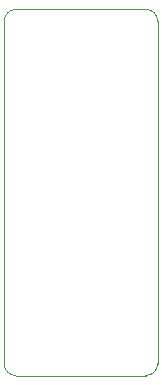
<source format=gm1>
G04 #@! TF.GenerationSoftware,KiCad,Pcbnew,(5.1.2)-1*
G04 #@! TF.CreationDate,2024-07-07T09:58:16+09:00*
G04 #@! TF.ProjectId,slg,736c672e-6b69-4636-9164-5f7063625858,v1.0*
G04 #@! TF.SameCoordinates,Original*
G04 #@! TF.FileFunction,Profile,NP*
%FSLAX46Y46*%
G04 Gerber Fmt 4.6, Leading zero omitted, Abs format (unit mm)*
G04 Created by KiCad (PCBNEW (5.1.2)-1) date 2024-07-07 09:58:16*
%MOMM*%
%LPD*%
G04 APERTURE LIST*
%ADD10C,0.050000*%
G04 APERTURE END LIST*
D10*
X154000000Y-103000000D02*
G75*
G02X153000000Y-104000000I-1000000J0D01*
G01*
X142000000Y-104000000D02*
G75*
G02X141000000Y-103000000I0J1000000D01*
G01*
X153000000Y-73000000D02*
G75*
G02X154000000Y-74000000I0J-1000000D01*
G01*
X141000000Y-74000000D02*
G75*
G02X142000000Y-73000000I1000000J0D01*
G01*
X141000000Y-103000000D02*
X141000000Y-74000000D01*
X153000000Y-104000000D02*
X142000000Y-104000000D01*
X154000000Y-74000000D02*
X154000000Y-103000000D01*
X142000000Y-73000000D02*
X153000000Y-73000000D01*
M02*

</source>
